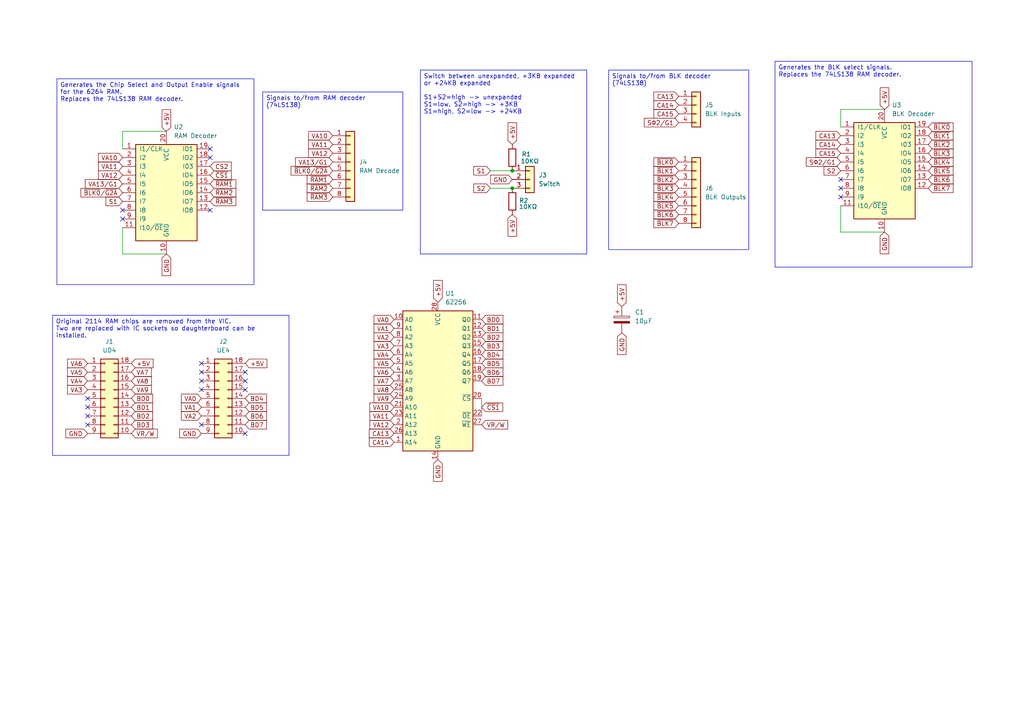
<source format=kicad_sch>
(kicad_sch (version 20250114) (generator "eeschema") (generator_version "9.0")
  (paper "A4")
  (title_block (title "Commodore VIC-20 32KB RAM Expansion ") (date "13-May-2025") (rev "A") (company "Brett Hallen") (comment 1 "www.youtube.com/@Brfff"))
  (lib_symbols
    (symbol "Connector_Generic:Conn_01x03" (pin_names (offset 1.016) (hide yes))
      (property "Reference" "J" (at 0 5.08 0))
      (property "Value" "Conn_01x03" (at 0 -5.08 0))
      (symbol "Conn_01x03_1_1"
        (rectangle (start -1.27 3.81) (end 1.27 -3.81) (stroke (width 0.254)) (fill (type background)))
        (rectangle (start -1.27 2.667) (end 0 2.413) (stroke (width 0.1524)))
        (rectangle (start -1.27 0.127) (end 0 -0.127) (stroke (width 0.1524)))
        (rectangle (start -1.27 -2.413) (end 0 -2.667) (stroke (width 0.1524)))
        (pin passive line (at -5.08 2.54 0) (length 3.81) (name "Pin_1") (number "1"))
        (pin passive line (at -5.08 0 0) (length 3.81) (name "Pin_2") (number "2"))
        (pin passive line (at -5.08 -2.54 0) (length 3.81) (name "Pin_3") (number "3"))
      )
    )
    (symbol "Connector_Generic:Conn_01x04" (pin_names (offset 1.016) (hide yes))
      (property "Reference" "J" (at 0 5.08 0))
      (property "Value" "Conn_01x04" (at 0 -7.62 0))
      (symbol "Conn_01x04_1_1"
        (rectangle (start -1.27 3.81) (end 1.27 -6.35) (stroke (width 0.254)) (fill (type background)))
        (rectangle (start -1.27 2.667) (end 0 2.413) (stroke (width 0.1524)))
        (rectangle (start -1.27 0.127) (end 0 -0.127) (stroke (width 0.1524)))
        (rectangle (start -1.27 -2.413) (end 0 -2.667) (stroke (width 0.1524)))
        (rectangle (start -1.27 -4.953) (end 0 -5.207) (stroke (width 0.1524)))
        (pin passive line (at -5.08 2.54 0) (length 3.81) (name "Pin_1") (number "1"))
        (pin passive line (at -5.08 0 0) (length 3.81) (name "Pin_2") (number "2"))
        (pin passive line (at -5.08 -2.54 0) (length 3.81) (name "Pin_3") (number "3"))
        (pin passive line (at -5.08 -5.08 0) (length 3.81) (name "Pin_4") (number "4"))
      )
    )
    (symbol "Connector_Generic:Conn_01x08" (pin_names (offset 1.016) (hide yes))
      (property "Reference" "J" (at 0 10.16 0))
      (property "Value" "Conn_01x08" (at 0 -12.7 0))
      (symbol "Conn_01x08_1_1"
        (rectangle (start -1.27 8.89) (end 1.27 -11.43) (stroke (width 0.254)) (fill (type background)))
        (rectangle (start -1.27 7.747) (end 0 7.493) (stroke (width 0.1524)))
        (rectangle (start -1.27 5.207) (end 0 4.953) (stroke (width 0.1524)))
        (rectangle (start -1.27 2.667) (end 0 2.413) (stroke (width 0.1524)))
        (rectangle (start -1.27 0.127) (end 0 -0.127) (stroke (width 0.1524)))
        (rectangle (start -1.27 -2.413) (end 0 -2.667) (stroke (width 0.1524)))
        (rectangle (start -1.27 -4.953) (end 0 -5.207) (stroke (width 0.1524)))
        (rectangle (start -1.27 -7.493) (end 0 -7.747) (stroke (width 0.1524)))
        (rectangle (start -1.27 -10.033) (end 0 -10.287) (stroke (width 0.1524)))
        (pin passive line (at -5.08 7.62 0) (length 3.81) (name "Pin_1") (number "1"))
        (pin passive line (at -5.08 5.08 0) (length 3.81) (name "Pin_2") (number "2"))
        (pin passive line (at -5.08 2.54 0) (length 3.81) (name "Pin_3") (number "3"))
        (pin passive line (at -5.08 0 0) (length 3.81) (name "Pin_4") (number "4"))
        (pin passive line (at -5.08 -2.54 0) (length 3.81) (name "Pin_5") (number "5"))
        (pin passive line (at -5.08 -5.08 0) (length 3.81) (name "Pin_6") (number "6"))
        (pin passive line (at -5.08 -7.62 0) (length 3.81) (name "Pin_7") (number "7"))
        (pin passive line (at -5.08 -10.16 0) (length 3.81) (name "Pin_8") (number "8"))
      )
    )
    (symbol "Connector_Generic:Conn_02x09_Counter_Clockwise" (pin_names (offset 1.016) (hide yes))
      (property "Reference" "J" (at 1.27 12.7 0))
      (property "Value" "Conn_02x09_Counter_Clockwise" (at 1.27 -12.7 0))
      (symbol "Conn_02x09_Counter_Clockwise_1_1"
        (rectangle (start -1.27 11.43) (end 3.81 -11.43) (stroke (width 0.254)) (fill (type background)))
        (rectangle (start -1.27 10.287) (end 0 10.033) (stroke (width 0.1524)))
        (rectangle (start -1.27 7.747) (end 0 7.493) (stroke (width 0.1524)))
        (rectangle (start -1.27 5.207) (end 0 4.953) (stroke (width 0.1524)))
        (rectangle (start -1.27 2.667) (end 0 2.413) (stroke (width 0.1524)))
        (rectangle (start -1.27 0.127) (end 0 -0.127) (stroke (width 0.1524)))
        (rectangle (start -1.27 -2.413) (end 0 -2.667) (stroke (width 0.1524)))
        (rectangle (start -1.27 -4.953) (end 0 -5.207) (stroke (width 0.1524)))
        (rectangle (start -1.27 -7.493) (end 0 -7.747) (stroke (width 0.1524)))
        (rectangle (start -1.27 -10.033) (end 0 -10.287) (stroke (width 0.1524)))
        (rectangle (start 3.81 10.287) (end 2.54 10.033) (stroke (width 0.1524)))
        (rectangle (start 3.81 7.747) (end 2.54 7.493) (stroke (width 0.1524)))
        (rectangle (start 3.81 5.207) (end 2.54 4.953) (stroke (width 0.1524)))
        (rectangle (start 3.81 2.667) (end 2.54 2.413) (stroke (width 0.1524)))
        (rectangle (start 3.81 0.127) (end 2.54 -0.127) (stroke (width 0.1524)))
        (rectangle (start 3.81 -2.413) (end 2.54 -2.667) (stroke (width 0.1524)))
        (rectangle (start 3.81 -4.953) (end 2.54 -5.207) (stroke (width 0.1524)))
        (rectangle (start 3.81 -7.493) (end 2.54 -7.747) (stroke (width 0.1524)))
        (rectangle (start 3.81 -10.033) (end 2.54 -10.287) (stroke (width 0.1524)))
        (pin passive line (at -5.08 10.16 0) (length 3.81) (name "Pin_1") (number "1"))
        (pin passive line (at -5.08 7.62 0) (length 3.81) (name "Pin_2") (number "2"))
        (pin passive line (at -5.08 5.08 0) (length 3.81) (name "Pin_3") (number "3"))
        (pin passive line (at -5.08 2.54 0) (length 3.81) (name "Pin_4") (number "4"))
        (pin passive line (at -5.08 0 0) (length 3.81) (name "Pin_5") (number "5"))
        (pin passive line (at -5.08 -2.54 0) (length 3.81) (name "Pin_6") (number "6"))
        (pin passive line (at -5.08 -5.08 0) (length 3.81) (name "Pin_7") (number "7"))
        (pin passive line (at -5.08 -7.62 0) (length 3.81) (name "Pin_8") (number "8"))
        (pin passive line (at -5.08 -10.16 0) (length 3.81) (name "Pin_9") (number "9"))
        (pin passive line (at 7.62 10.16 180) (length 3.81) (name "Pin_18") (number "18"))
        (pin passive line (at 7.62 7.62 180) (length 3.81) (name "Pin_17") (number "17"))
        (pin passive line (at 7.62 5.08 180) (length 3.81) (name "Pin_16") (number "16"))
        (pin passive line (at 7.62 2.54 180) (length 3.81) (name "Pin_15") (number "15"))
        (pin passive line (at 7.62 0 180) (length 3.81) (name "Pin_14") (number "14"))
        (pin passive line (at 7.62 -2.54 180) (length 3.81) (name "Pin_13") (number "13"))
        (pin passive line (at 7.62 -5.08 180) (length 3.81) (name "Pin_12") (number "12"))
        (pin passive line (at 7.62 -7.62 180) (length 3.81) (name "Pin_11") (number "11"))
        (pin passive line (at 7.62 -10.16 180) (length 3.81) (name "Pin_10") (number "10"))
      )
    )
    (symbol "Device:C_Polarized" (pin_numbers (hide yes)) (pin_names (offset 0.254))
      (property "Reference" "C" (at 0.635 2.54 0))
      (property "Value" "C_Polarized" (at 0.635 -2.54 0))
      (symbol "C_Polarized_0_1"
        (rectangle (start -2.286 0.508) (end 2.286 1.016))
        (polyline (pts (xy -1.778 2.286) (xy -0.762 2.286)))
        (polyline (pts (xy -1.27 2.794) (xy -1.27 1.778)))
        (rectangle (start 2.286 -0.508) (end -2.286 -1.016) (fill (type outline)))
      )
      (symbol "C_Polarized_1_1"
        (pin passive line (at 0 3.81 270) (length 2.794) (name "~") (number "1"))
        (pin passive line (at 0 -3.81 90) (length 2.794) (name "~") (number "2"))
      )
    )
    (symbol "Device:R" (pin_numbers (hide yes)) (pin_names (offset 0))
      (property "Reference" "R" (at 2.032 0 90))
      (property "Value" "R" (at 0 0 90))
      (symbol "R_0_1"
        (rectangle (start -1.016 -2.54) (end 1.016 2.54) (stroke (width 0.254)))
      )
      (symbol "R_1_1"
        (pin passive line (at 0 3.81 270) (length 1.27) (name "~") (number "1"))
        (pin passive line (at 0 -3.81 90) (length 1.27) (name "~") (number "2"))
      )
    )
    (symbol "Logic_Programmable:GAL16V8" (pin_names (offset 1.016))
      (property "Reference" "U" (at -8.89 16.51 0))
      (property "Value" "GAL16V8" (at 1.27 16.51 0))
      (symbol "GAL16V8_0_0"
        (pin power_in line (at 0 17.78 270) (length 3.81) (name "VCC") (number "20"))
        (pin power_in line (at 0 -17.78 90) (length 3.81) (name "GND") (number "10"))
      )
      (symbol "GAL16V8_0_1"
        (rectangle (start -8.89 13.97) (end 8.89 -13.97) (stroke (width 0.254)) (fill (type background)))
      )
      (symbol "GAL16V8_1_1"
        (pin input line (at -12.7 12.7 0) (length 3.81) (name "I1/CLK") (number "1"))
        (pin input line (at -12.7 10.16 0) (length 3.81) (name "I2") (number "2"))
        (pin input line (at -12.7 7.62 0) (length 3.81) (name "I3") (number "3"))
        (pin input line (at -12.7 5.08 0) (length 3.81) (name "I4") (number "4"))
        (pin input line (at -12.7 2.54 0) (length 3.81) (name "I5") (number "5"))
        (pin input line (at -12.7 0 0) (length 3.81) (name "I6") (number "6"))
        (pin input line (at -12.7 -2.54 0) (length 3.81) (name "I7") (number "7"))
        (pin input line (at -12.7 -5.08 0) (length 3.81) (name "I8") (number "8"))
        (pin input line (at -12.7 -7.62 0) (length 3.81) (name "I9") (number "9"))
        (pin input line (at -12.7 -10.16 0) (length 3.81) (name "I10/~{OE}") (number "11"))
        (pin tri_state line (at 12.7 12.7 180) (length 3.81) (name "IO1") (number "19"))
        (pin tri_state line (at 12.7 10.16 180) (length 3.81) (name "IO2") (number "18"))
        (pin tri_state line (at 12.7 7.62 180) (length 3.81) (name "I03") (number "17"))
        (pin tri_state line (at 12.7 5.08 180) (length 3.81) (name "IO4") (number "16"))
        (pin tri_state line (at 12.7 2.54 180) (length 3.81) (name "IO5") (number "15"))
        (pin tri_state line (at 12.7 0 180) (length 3.81) (name "IO6") (number "14"))
        (pin tri_state line (at 12.7 -2.54 180) (length 3.81) (name "IO7") (number "13"))
        (pin tri_state line (at 12.7 -5.08 180) (length 3.81) (name "IO8") (number "12"))
      )
    )
    (symbol "Memory_RAM:HM62256BLP"
      (property "Reference" "U" (at -10.16 20.955 0))
      (property "Value" "HM62256BLP" (at 2.54 20.955 0))
      (symbol "HM62256BLP_0_0"
        (pin power_in line (at 0 22.86 270) (length 2.54) (name "VCC") (number "28"))
        (pin power_in line (at 0 -22.86 90) (length 2.54) (name "GND") (number "14"))
      )
      (symbol "HM62256BLP_0_1"
        (rectangle (start -10.16 20.32) (end 10.16 -20.32) (stroke (width 0.254)) (fill (type background)))
      )
      (symbol "HM62256BLP_1_1"
        (pin input line (at -12.7 17.78 0) (length 2.54) (name "A0") (number "10"))
        (pin input line (at -12.7 15.24 0) (length 2.54) (name "A1") (number "9"))
        (pin input line (at -12.7 12.7 0) (length 2.54) (name "A2") (number "8"))
        (pin input line (at -12.7 10.16 0) (length 2.54) (name "A3") (number "7"))
        (pin input line (at -12.7 7.62 0) (length 2.54) (name "A4") (number "6"))
        (pin input line (at -12.7 5.08 0) (length 2.54) (name "A5") (number "5"))
        (pin input line (at -12.7 2.54 0) (length 2.54) (name "A6") (number "4"))
        (pin input line (at -12.7 0 0) (length 2.54) (name "A7") (number "3"))
        (pin input line (at -12.7 -2.54 0) (length 2.54) (name "A8") (number "25"))
        (pin input line (at -12.7 -5.08 0) (length 2.54) (name "A9") (number "24"))
        (pin input line (at -12.7 -7.62 0) (length 2.54) (name "A10") (number "21"))
        (pin input line (at -12.7 -10.16 0) (length 2.54) (name "A11") (number "23"))
        (pin input line (at -12.7 -12.7 0) (length 2.54) (name "A12") (number "2"))
        (pin input line (at -12.7 -15.24 0) (length 2.54) (name "A13") (number "26"))
        (pin input line (at -12.7 -17.78 0) (length 2.54) (name "A14") (number "1"))
        (pin tri_state line (at 12.7 17.78 180) (length 2.54) (name "Q0") (number "11"))
        (pin tri_state line (at 12.7 15.24 180) (length 2.54) (name "Q1") (number "12"))
        (pin tri_state line (at 12.7 12.7 180) (length 2.54) (name "Q2") (number "13"))
        (pin tri_state line (at 12.7 10.16 180) (length 2.54) (name "Q3") (number "15"))
        (pin tri_state line (at 12.7 7.62 180) (length 2.54) (name "Q4") (number "16"))
        (pin tri_state line (at 12.7 5.08 180) (length 2.54) (name "Q5") (number "17"))
        (pin tri_state line (at 12.7 2.54 180) (length 2.54) (name "Q6") (number "18"))
        (pin tri_state line (at 12.7 0 180) (length 2.54) (name "Q7") (number "19"))
        (pin input line (at 12.7 -5.08 180) (length 2.54) (name "~{CS}") (number "20"))
        (pin input line (at 12.7 -10.16 180) (length 2.54) (name "~{OE}") (number "22"))
        (pin input line (at 12.7 -12.7 180) (length 2.54) (name "~{WE}") (number "27"))
      )
    )
  )
  (text_box "Generates the BLK select signals.\nReplaces the 74LS138 RAM decoder." (at 224.79 17.78 0) (size 57.15 59.69) (margins 0.9525 0.9525 0.9525 0.9525) (effects (font (size 1.27 1.27)) (justify left top)))
  (text_box "Generates the Chip Select and Output Enable signals for the 6264 RAM.\nReplaces the 74LS138 RAM decoder." (at 16.51 22.86 0) (size 57.15 59.69) (margins 0.9525 0.9525 0.9525 0.9525) (effects (font (size 1.27 1.27)) (justify left top)))
  (text_box "Switch between unexpanded, +3KB expanded or +24KB expanded\n\nS1+S2=high -> unexpanded\nS1=low, S2=high -> +3KB\nS1=high, S2=low -> +24KB" (at 121.92 20.32 0) (size 48.26 53.34) (margins 0.9525 0.9525 0.9525 0.9525) (effects (font (size 1.27 1.27)) (justify left top)))
  (text_box "Signals to/from RAM decoder (74LS138)" (at 76.2 26.67 0) (size 40.64 34.29) (margins 0.9525 0.9525 0.9525 0.9525) (effects (font (size 1.27 1.27)) (justify left top)))
  (text_box "Original 2114 RAM chips are removed from the VIC.\nTwo are replaced with IC sockets so daughterboard can be installed." (at 15.24 91.44 0) (size 68.58 40.64) (margins 0.9525 0.9525 0.9525 0.9525) (effects (font (size 1.27 1.27)) (justify left top)))
  (text_box "Signals to/from BLK decoder (74LS138)" (at 176.53 20.32 0) (size 40.64 52.07) (margins 0.9525 0.9525 0.9525 0.9525) (effects (font (size 1.27 1.27)) (justify left top)))
  (junction (at 148.59 49.53))
  (junction (at 148.59 54.61))
  (no_connect (at 58.42 107.95))
  (no_connect (at 60.96 45.72))
  (no_connect (at 71.12 110.49))
  (no_connect (at 243.84 57.15))
  (no_connect (at 60.96 60.96))
  (no_connect (at 243.84 54.61))
  (no_connect (at 243.84 52.07))
  (no_connect (at 25.4 118.11))
  (no_connect (at 25.4 120.65))
  (no_connect (at 71.12 125.73))
  (no_connect (at 25.4 123.19))
  (no_connect (at 58.42 110.49))
  (no_connect (at 35.56 60.96))
  (no_connect (at 71.12 107.95))
  (no_connect (at 35.56 63.5))
  (no_connect (at 58.42 123.19))
  (no_connect (at 25.4 115.57))
  (no_connect (at 58.42 105.41))
  (no_connect (at 71.12 113.03))
  (no_connect (at 60.96 43.18))
  (no_connect (at 58.42 113.03))
  (wire (pts (xy 243.84 36.83) (xy 243.84 31.75)))
  (wire (pts (xy 35.56 73.66) (xy 35.56 66.04)))
  (wire (pts (xy 142.24 54.61) (xy 148.59 54.61)))
  (wire (pts (xy 243.84 67.31) (xy 243.84 59.69)))
  (wire (pts (xy 243.84 31.75) (xy 256.54 31.75)))
  (wire (pts (xy 48.26 73.66) (xy 35.56 73.66)))
  (wire (pts (xy 139.7 115.57) (xy 139.7 120.65)))
  (wire (pts (xy 142.24 49.53) (xy 148.59 49.53)))
  (wire (pts (xy 256.54 67.31) (xy 243.84 67.31)))
  (wire (pts (xy 35.56 38.1) (xy 35.56 43.18)))
  (wire (pts (xy 48.26 38.1) (xy 35.56 38.1)))
  (global_label "VA4" (shape input) (at 25.4 110.49 180) (property "Intersheetrefs" "${INTERSHEET_REFS}" (effects (hide yes))))
  (global_label "GND" (shape input) (at 256.54 67.31 270) (property "Intersheetrefs" "${INTERSHEET_REFS}" (effects (hide yes))))
  (global_label "+5V" (shape input) (at 180.34 88.9 90) (property "Intersheetrefs" "${INTERSHEET_REFS}" (effects (hide yes))))
  (global_label "VA10" (shape input) (at 114.3 118.11 180) (property "Intersheetrefs" "${INTERSHEET_REFS}" (effects (hide yes))))
  (global_label "GND" (shape input) (at 127 133.35 270) (property "Intersheetrefs" "${INTERSHEET_REFS}" (effects (hide yes))))
  (global_label "VR{slash}W" (shape input) (at 38.1 125.73 0) (property "Intersheetrefs" "${INTERSHEET_REFS}" (effects (hide yes))))
  (global_label "CA13" (shape input) (at 196.85 27.94 180) (property "Intersheetrefs" "${INTERSHEET_REFS}" (effects (hide yes))))
  (global_label "~{CS1}" (shape input) (at 139.7 118.11 0) (property "Intersheetrefs" "${INTERSHEET_REFS}" (effects (hide yes))))
  (global_label "+5V" (shape input) (at 127 87.63 90) (property "Intersheetrefs" "${INTERSHEET_REFS}" (effects (hide yes))))
  (global_label "~{BLK0}{slash}~{G2A}" (shape input) (at 96.52 49.53 180) (property "Intersheetrefs" "${INTERSHEET_REFS}" (effects (hide yes))))
  (global_label "VA7" (shape input) (at 38.1 107.95 0) (property "Intersheetrefs" "${INTERSHEET_REFS}" (effects (hide yes))))
  (global_label "VA10" (shape input) (at 96.52 39.37 180) (property "Intersheetrefs" "${INTERSHEET_REFS}" (effects (hide yes))))
  (global_label "GND" (shape input) (at 148.59 52.07 180) (property "Intersheetrefs" "${INTERSHEET_REFS}" (effects (hide yes))))
  (global_label "~{RAM2}" (shape input) (at 60.96 55.88 0) (property "Intersheetrefs" "${INTERSHEET_REFS}" (effects (hide yes))))
  (global_label "VA3" (shape input) (at 114.3 100.33 180) (property "Intersheetrefs" "${INTERSHEET_REFS}" (effects (hide yes))))
  (global_label "VA5" (shape input) (at 25.4 107.95 180) (property "Intersheetrefs" "${INTERSHEET_REFS}" (effects (hide yes))))
  (global_label "CA14" (shape input) (at 243.84 41.91 180) (property "Intersheetrefs" "${INTERSHEET_REFS}" (effects (hide yes))))
  (global_label "~{BLK2}" (shape input) (at 269.24 41.91 0) (property "Intersheetrefs" "${INTERSHEET_REFS}" (effects (hide yes))))
  (global_label "CA14" (shape input) (at 196.85 30.48 180) (property "Intersheetrefs" "${INTERSHEET_REFS}" (effects (hide yes))))
  (global_label "BD0" (shape input) (at 38.1 115.57 0) (property "Intersheetrefs" "${INTERSHEET_REFS}" (effects (hide yes))))
  (global_label "BD4" (shape input) (at 139.7 102.87 0) (property "Intersheetrefs" "${INTERSHEET_REFS}" (effects (hide yes))))
  (global_label "~{BLK6}" (shape input) (at 196.85 62.23 180) (property "Intersheetrefs" "${INTERSHEET_REFS}" (effects (hide yes))))
  (global_label "BD1" (shape input) (at 38.1 118.11 0) (property "Intersheetrefs" "${INTERSHEET_REFS}" (effects (hide yes))))
  (global_label "BD7" (shape input) (at 139.7 110.49 0) (property "Intersheetrefs" "${INTERSHEET_REFS}" (effects (hide yes))))
  (global_label "~{BLK4}" (shape input) (at 269.24 46.99 0) (property "Intersheetrefs" "${INTERSHEET_REFS}" (effects (hide yes))))
  (global_label "BD5" (shape input) (at 139.7 105.41 0) (property "Intersheetrefs" "${INTERSHEET_REFS}" (effects (hide yes))))
  (global_label "~{CS1}" (shape input) (at 60.96 50.8 0) (property "Intersheetrefs" "${INTERSHEET_REFS}" (effects (hide yes))))
  (global_label "~{RAM1}" (shape input) (at 60.96 53.34 0) (property "Intersheetrefs" "${INTERSHEET_REFS}" (effects (hide yes))))
  (global_label "+5V" (shape input) (at 71.12 105.41 0) (property "Intersheetrefs" "${INTERSHEET_REFS}" (effects (hide yes))))
  (global_label "~{BLK3}" (shape input) (at 196.85 54.61 180) (property "Intersheetrefs" "${INTERSHEET_REFS}" (effects (hide yes))))
  (global_label "BD4" (shape input) (at 71.12 115.57 0) (property "Intersheetrefs" "${INTERSHEET_REFS}" (effects (hide yes))))
  (global_label "SΦ2{slash}G1" (shape input) (at 196.85 35.56 180) (property "Intersheetrefs" "${INTERSHEET_REFS}" (effects (hide yes))))
  (global_label "VA7" (shape input) (at 114.3 110.49 180) (property "Intersheetrefs" "${INTERSHEET_REFS}" (effects (hide yes))))
  (global_label "VA13{slash}G1" (shape input) (at 35.56 53.34 180) (property "Intersheetrefs" "${INTERSHEET_REFS}" (effects (hide yes))))
  (global_label "BD5" (shape input) (at 71.12 118.11 0) (property "Intersheetrefs" "${INTERSHEET_REFS}" (effects (hide yes))))
  (global_label "+5V" (shape input) (at 48.26 38.1 90) (property "Intersheetrefs" "${INTERSHEET_REFS}" (effects (hide yes))))
  (global_label "VA2" (shape input) (at 58.42 120.65 180) (property "Intersheetrefs" "${INTERSHEET_REFS}" (effects (hide yes))))
  (global_label "VA9" (shape input) (at 38.1 113.03 0) (property "Intersheetrefs" "${INTERSHEET_REFS}" (effects (hide yes))))
  (global_label "VA6" (shape input) (at 25.4 105.41 180) (property "Intersheetrefs" "${INTERSHEET_REFS}" (effects (hide yes))))
  (global_label "~{BLK1}" (shape input) (at 196.85 49.53 180) (property "Intersheetrefs" "${INTERSHEET_REFS}" (effects (hide yes))))
  (global_label "S1" (shape input) (at 142.24 49.53 180) (property "Intersheetrefs" "${INTERSHEET_REFS}" (effects (hide yes))))
  (global_label "~{BLK2}" (shape input) (at 196.85 52.07 180) (property "Intersheetrefs" "${INTERSHEET_REFS}" (effects (hide yes))))
  (global_label "~{BLK0}" (shape input) (at 269.24 36.83 0) (property "Intersheetrefs" "${INTERSHEET_REFS}" (effects (hide yes))))
  (global_label "GND" (shape input) (at 180.34 96.52 270) (property "Intersheetrefs" "${INTERSHEET_REFS}" (effects (hide yes))))
  (global_label "~{RAM1}" (shape input) (at 96.52 52.07 180) (property "Intersheetrefs" "${INTERSHEET_REFS}" (effects (hide yes))))
  (global_label "VA3" (shape input) (at 25.4 113.03 180) (property "Intersheetrefs" "${INTERSHEET_REFS}" (effects (hide yes))))
  (global_label "VA13{slash}G1" (shape input) (at 96.52 46.99 180) (property "Intersheetrefs" "${INTERSHEET_REFS}" (effects (hide yes))))
  (global_label "VA9" (shape input) (at 114.3 115.57 180) (property "Intersheetrefs" "${INTERSHEET_REFS}" (effects (hide yes))))
  (global_label "VA11" (shape input) (at 96.52 41.91 180) (property "Intersheetrefs" "${INTERSHEET_REFS}" (effects (hide yes))))
  (global_label "VA12" (shape input) (at 35.56 50.8 180) (property "Intersheetrefs" "${INTERSHEET_REFS}" (effects (hide yes))))
  (global_label "VA2" (shape input) (at 114.3 97.79 180) (property "Intersheetrefs" "${INTERSHEET_REFS}" (effects (hide yes))))
  (global_label "BD7" (shape input) (at 71.12 123.19 0) (property "Intersheetrefs" "${INTERSHEET_REFS}" (effects (hide yes))))
  (global_label "GND" (shape input) (at 58.42 125.73 180) (property "Intersheetrefs" "${INTERSHEET_REFS}" (effects (hide yes))))
  (global_label "VA12" (shape input) (at 114.3 123.19 180) (property "Intersheetrefs" "${INTERSHEET_REFS}" (effects (hide yes))))
  (global_label "~{BLK0}" (shape input) (at 196.85 46.99 180) (property "Intersheetrefs" "${INTERSHEET_REFS}" (effects (hide yes))))
  (global_label "BD0" (shape input) (at 139.7 92.71 0) (property "Intersheetrefs" "${INTERSHEET_REFS}" (effects (hide yes))))
  (global_label "CA13" (shape input) (at 243.84 39.37 180) (property "Intersheetrefs" "${INTERSHEET_REFS}" (effects (hide yes))))
  (global_label "~{BLK7}" (shape input) (at 196.85 64.77 180) (property "Intersheetrefs" "${INTERSHEET_REFS}" (effects (hide yes))))
  (global_label "CA14" (shape input) (at 114.3 128.27 180) (property "Intersheetrefs" "${INTERSHEET_REFS}" (effects (hide yes))))
  (global_label "BD6" (shape input) (at 139.7 107.95 0) (property "Intersheetrefs" "${INTERSHEET_REFS}" (effects (hide yes))))
  (global_label "VA5" (shape input) (at 114.3 105.41 180) (property "Intersheetrefs" "${INTERSHEET_REFS}" (effects (hide yes))))
  (global_label "GND" (shape input) (at 48.26 73.66 270) (property "Intersheetrefs" "${INTERSHEET_REFS}" (effects (hide yes))))
  (global_label "BD6" (shape input) (at 71.12 120.65 0) (property "Intersheetrefs" "${INTERSHEET_REFS}" (effects (hide yes))))
  (global_label "+5V" (shape input) (at 148.59 62.23 270) (property "Intersheetrefs" "${INTERSHEET_REFS}" (effects (hide yes))))
  (global_label "~{RAM2}" (shape input) (at 96.52 54.61 180) (property "Intersheetrefs" "${INTERSHEET_REFS}" (effects (hide yes))))
  (global_label "VR{slash}W" (shape input) (at 139.7 123.19 0) (property "Intersheetrefs" "${INTERSHEET_REFS}" (effects (hide yes))))
  (global_label "~{BLK3}" (shape input) (at 269.24 44.45 0) (property "Intersheetrefs" "${INTERSHEET_REFS}" (effects (hide yes))))
  (global_label "~{BLK5}" (shape input) (at 196.85 59.69 180) (property "Intersheetrefs" "${INTERSHEET_REFS}" (effects (hide yes))))
  (global_label "CS2" (shape input) (at 60.96 48.26 0) (property "Intersheetrefs" "${INTERSHEET_REFS}" (effects (hide yes))))
  (global_label "VA12" (shape input) (at 96.52 44.45 180) (property "Intersheetrefs" "${INTERSHEET_REFS}" (effects (hide yes))))
  (global_label "~{RAM3}" (shape input) (at 96.52 57.15 180) (property "Intersheetrefs" "${INTERSHEET_REFS}" (effects (hide yes))))
  (global_label "VA8" (shape input) (at 114.3 113.03 180) (property "Intersheetrefs" "${INTERSHEET_REFS}" (effects (hide yes))))
  (global_label "~{BLK0}{slash}~{G2A}" (shape input) (at 35.56 55.88 180) (property "Intersheetrefs" "${INTERSHEET_REFS}" (effects (hide yes))))
  (global_label "VA10" (shape input) (at 35.56 45.72 180) (property "Intersheetrefs" "${INTERSHEET_REFS}" (effects (hide yes))))
  (global_label "S2" (shape input) (at 243.84 49.53 180) (property "Intersheetrefs" "${INTERSHEET_REFS}" (effects (hide yes))))
  (global_label "~{RAM3}" (shape input) (at 60.96 58.42 0) (property "Intersheetrefs" "${INTERSHEET_REFS}" (effects (hide yes))))
  (global_label "VA6" (shape input) (at 114.3 107.95 180) (property "Intersheetrefs" "${INTERSHEET_REFS}" (effects (hide yes))))
  (global_label "~{BLK4}" (shape input) (at 196.85 57.15 180) (property "Intersheetrefs" "${INTERSHEET_REFS}" (effects (hide yes))))
  (global_label "SΦ2{slash}G1" (shape input) (at 243.84 46.99 180) (property "Intersheetrefs" "${INTERSHEET_REFS}" (effects (hide yes))))
  (global_label "BD3" (shape input) (at 139.7 100.33 0) (property "Intersheetrefs" "${INTERSHEET_REFS}" (effects (hide yes))))
  (global_label "VA0" (shape input) (at 114.3 92.71 180) (property "Intersheetrefs" "${INTERSHEET_REFS}" (effects (hide yes))))
  (global_label "VA11" (shape input) (at 114.3 120.65 180) (property "Intersheetrefs" "${INTERSHEET_REFS}" (effects (hide yes))))
  (global_label "BD2" (shape input) (at 38.1 120.65 0) (property "Intersheetrefs" "${INTERSHEET_REFS}" (effects (hide yes))))
  (global_label "~{BLK6}" (shape input) (at 269.24 52.07 0) (property "Intersheetrefs" "${INTERSHEET_REFS}" (effects (hide yes))))
  (global_label "~{BLK7}" (shape input) (at 269.24 54.61 0) (property "Intersheetrefs" "${INTERSHEET_REFS}" (effects (hide yes))))
  (global_label "GND" (shape input) (at 25.4 125.73 180) (property "Intersheetrefs" "${INTERSHEET_REFS}" (effects (hide yes))))
  (global_label "BD2" (shape input) (at 139.7 97.79 0) (property "Intersheetrefs" "${INTERSHEET_REFS}" (effects (hide yes))))
  (global_label "BD3" (shape input) (at 38.1 123.19 0) (property "Intersheetrefs" "${INTERSHEET_REFS}" (effects (hide yes))))
  (global_label "CA15" (shape input) (at 196.85 33.02 180) (property "Intersheetrefs" "${INTERSHEET_REFS}" (effects (hide yes))))
  (global_label "VA1" (shape input) (at 114.3 95.25 180) (property "Intersheetrefs" "${INTERSHEET_REFS}" (effects (hide yes))))
  (global_label "VA4" (shape input) (at 114.3 102.87 180) (property "Intersheetrefs" "${INTERSHEET_REFS}" (effects (hide yes))))
  (global_label "+5V" (shape input) (at 256.54 31.75 90) (property "Intersheetrefs" "${INTERSHEET_REFS}" (effects (hide yes))))
  (global_label "S1" (shape input) (at 35.56 58.42 180) (property "Intersheetrefs" "${INTERSHEET_REFS}" (effects (hide yes))))
  (global_label "VA11" (shape input) (at 35.56 48.26 180) (property "Intersheetrefs" "${INTERSHEET_REFS}" (effects (hide yes))))
  (global_label "VA8" (shape input) (at 38.1 110.49 0) (property "Intersheetrefs" "${INTERSHEET_REFS}" (effects (hide yes))))
  (global_label "+5V" (shape input) (at 38.1 105.41 0) (property "Intersheetrefs" "${INTERSHEET_REFS}" (effects (hide yes))))
  (global_label "CA15" (shape input) (at 243.84 44.45 180) (property "Intersheetrefs" "${INTERSHEET_REFS}" (effects (hide yes))))
  (global_label "BD1" (shape input) (at 139.7 95.25 0) (property "Intersheetrefs" "${INTERSHEET_REFS}" (effects (hide yes))))
  (global_label "+5V" (shape input) (at 148.59 41.91 90) (property "Intersheetrefs" "${INTERSHEET_REFS}" (effects (hide yes))))
  (global_label "~{BLK1}" (shape input) (at 269.24 39.37 0) (property "Intersheetrefs" "${INTERSHEET_REFS}" (effects (hide yes))))
  (global_label "VA0" (shape input) (at 58.42 115.57 180) (property "Intersheetrefs" "${INTERSHEET_REFS}" (effects (hide yes))))
  (global_label "VA1" (shape input) (at 58.42 118.11 180) (property "Intersheetrefs" "${INTERSHEET_REFS}" (effects (hide yes))))
  (global_label "~{BLK5}" (shape input) (at 269.24 49.53 0) (property "Intersheetrefs" "${INTERSHEET_REFS}" (effects (hide yes))))
  (global_label "CA13" (shape input) (at 114.3 125.73 180) (property "Intersheetrefs" "${INTERSHEET_REFS}" (effects (hide yes))))
  (global_label "S2" (shape input) (at 142.24 54.61 180) (property "Intersheetrefs" "${INTERSHEET_REFS}" (effects (hide yes))))
  (symbol (lib_id "Connector_Generic:Conn_01x03") (at 153.67 52.07 0) (unit 1)
    (property "Reference" "J3" (at 156.21 50.7999 0) (effects (justify left)))
    (property "Value" "Switch" (at 156.21 53.3399 0) (effects (justify left)))
    (property "Footprint" "Connector_PinHeader_2.54mm:PinHeader_1x03_P2.54mm_Vertical" (effects (hide yes)))
    (property "Description" "Generic connector, single row, 01x03, script generated (kicad-library-utils/schlib/autogen/connector/)" (effects (hide yes)))
  )
  (symbol (lib_id "Logic_Programmable:GAL16V8") (at 48.26 55.88 0) (unit 1)
    (property "Reference" "U2" (at 50.4033 36.83 0) (effects (justify left)))
    (property "Value" "RAM Decoder" (at 50.4033 39.37 0) (effects (justify left)))
    (property "Footprint" "Package_DIP:DIP-20_W7.62mm" (effects (hide yes)))
    (property "Description" "Programmable Logic Array, DIP-20/SOIC-20/PLCC-20" (effects (hide yes)))
  )
  (symbol (lib_id "Device:R") (at 148.59 45.72 0) (unit 1)
    (property "Reference" "R1" (at 152.654 44.704 0))
    (property "Value" "10KΩ" (at 153.67 46.736 0))
    (property "Footprint" "Resistor_THT:R_Axial_DIN0207_L6.3mm_D2.5mm_P7.62mm_Horizontal" (effects (hide yes)))
    (property "Description" "Resistor" (effects (hide yes)))
  )
  (symbol (lib_id "Memory_RAM:HM62256BLP") (at 127 110.49 0) (unit 1)
    (property "Reference" "U1" (at 129.1433 85.09 0) (effects (justify left)))
    (property "Value" "62256" (at 129.1433 87.63 0) (effects (justify left)))
    (property "Footprint" "Package_DIP:DIP-28_W15.24mm" (effects (hide yes)))
    (property "Datasheet" "https://web.mit.edu/6.115/www/document/62256.pdf" (effects (hide yes)))
    (property "Description" "32,768-word × 8-bit High Speed CMOS Static RAM, 70ns, DIP-28" (effects (hide yes)))
  )
  (symbol (lib_id "Connector_Generic:Conn_02x09_Counter_Clockwise") (at 30.48 115.57 0) (unit 1)
    (property "Reference" "J1" (at 31.75 99.06 0))
    (property "Value" "UD4" (at 31.75 101.6 0))
    (property "Footprint" "Package_DIP:DIP-18_W7.62mm" (effects (hide yes)))
    (property "Description" "Generic connector, double row, 02x09, counter clockwise pin numbering scheme (similar to DIP package numbering), script generated (kicad-library-utils/schlib/autogen/connector/)" (effects (hide yes)))
  )
  (symbol (lib_id "Device:R") (at 148.59 58.42 180) (unit 1)
    (property "Reference" "R2" (at 151.892 58.166 0))
    (property "Value" "10KΩ" (at 153.162 59.944 0))
    (property "Footprint" "Resistor_THT:R_Axial_DIN0207_L6.3mm_D2.5mm_P7.62mm_Horizontal" (effects (hide yes)))
    (property "Description" "Resistor" (effects (hide yes)))
  )
  (symbol (lib_id "Connector_Generic:Conn_01x08") (at 201.93 54.61 0) (unit 1)
    (property "Reference" "J6" (at 204.47 54.6099 0) (effects (justify left)))
    (property "Value" "BLK Outputs" (at 204.47 57.1499 0) (effects (justify left)))
    (property "Footprint" "Connector_PinHeader_2.54mm:PinHeader_1x08_P2.54mm_Vertical" (effects (hide yes)))
    (property "Description" "Generic connector, single row, 01x08, script generated (kicad-library-utils/schlib/autogen/connector/)" (effects (hide yes)))
  )
  (symbol (lib_id "Logic_Programmable:GAL16V8") (at 256.54 49.53 0) (unit 1)
    (property "Reference" "U3" (at 258.6833 30.48 0) (effects (justify left)))
    (property "Value" "BLK Decoder" (at 258.6833 33.02 0) (effects (justify left)))
    (property "Footprint" "Package_DIP:DIP-20_W7.62mm" (effects (hide yes)))
    (property "Description" "Programmable Logic Array, DIP-20/SOIC-20/PLCC-20" (effects (hide yes)))
  )
  (symbol (lib_id "Connector_Generic:Conn_02x09_Counter_Clockwise") (at 63.5 115.57 0) (unit 1)
    (property "Reference" "J2" (at 64.77 99.06 0))
    (property "Value" "UE4" (at 64.77 101.6 0))
    (property "Footprint" "Package_DIP:DIP-18_W7.62mm" (effects (hide yes)))
    (property "Description" "Generic connector, double row, 02x09, counter clockwise pin numbering scheme (similar to DIP package numbering), script generated (kicad-library-utils/schlib/autogen/connector/)" (effects (hide yes)))
  )
  (symbol (lib_id "Connector_Generic:Conn_01x08") (at 101.6 46.99 0) (unit 1)
    (property "Reference" "J4" (at 104.14 46.9899 0) (effects (justify left)))
    (property "Value" "RAM Decode" (at 104.14 49.5299 0) (effects (justify left)))
    (property "Footprint" "Connector_PinHeader_2.54mm:PinHeader_1x08_P2.54mm_Vertical" (effects (hide yes)))
    (property "Description" "Generic connector, single row, 01x08, script generated (kicad-library-utils/schlib/autogen/connector/)" (effects (hide yes)))
  )
  (symbol (lib_id "Connector_Generic:Conn_01x04") (at 201.93 30.48 0) (unit 1)
    (property "Reference" "J5" (at 204.47 30.4799 0) (effects (justify left)))
    (property "Value" "BLK Inputs" (at 204.47 33.0199 0) (effects (justify left)))
    (property "Footprint" "Connector_PinHeader_2.54mm:PinHeader_1x04_P2.54mm_Vertical" (effects (hide yes)))
    (property "Description" "Generic connector, single row, 01x04, script generated (kicad-library-utils/schlib/autogen/connector/)" (effects (hide yes)))
  )
  (symbol (lib_id "Device:C_Polarized") (at 180.34 92.71 0) (unit 1)
    (property "Reference" "C1" (at 184.15 90.5509 0) (effects (justify left)))
    (property "Value" "10µF" (at 184.15 93.0909 0) (effects (justify left)))
    (property "Footprint" "Capacitor_THT:CP_Radial_D5.0mm_P2.50mm" (effects (hide yes)))
    (property "Description" "Polarized capacitor" (effects (hide yes)))
  )
)
</source>
